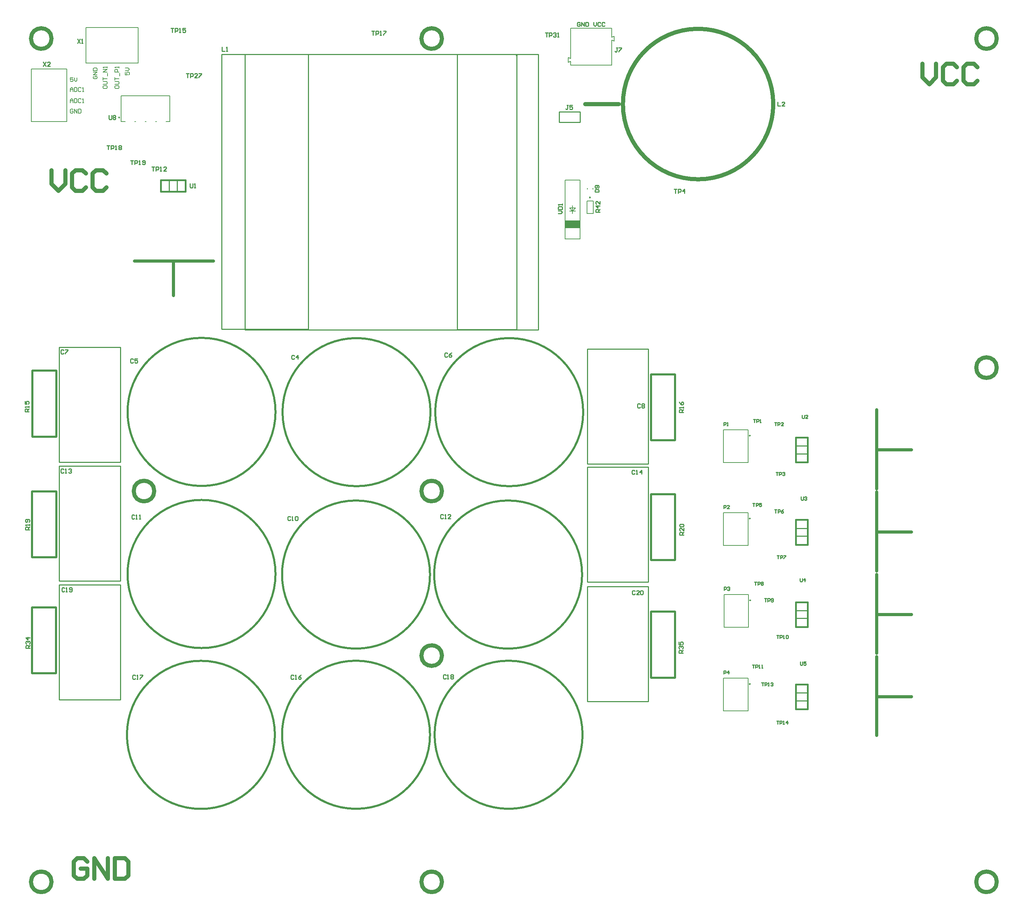
<source format=gbr>
%TF.GenerationSoftware,Altium Limited,Altium Designer,24.7.2 (38)*%
G04 Layer_Color=65535*
%FSLAX43Y43*%
%MOMM*%
%TF.SameCoordinates,3DDE4B3C-03A5-4BC3-9972-2EF5A5DF1AA7*%
%TF.FilePolarity,Positive*%
%TF.FileFunction,Legend,Top*%
%TF.Part,Single*%
G01*
G75*
%TA.AperFunction,NonConductor*%
%ADD79C,0.250*%
%ADD80C,1.016*%
%ADD81C,0.200*%
%ADD82C,0.762*%
%ADD83C,0.254*%
%ADD95C,0.500*%
%ADD96C,1.000*%
%ADD97C,0.381*%
%ADD98R,3.650X1.850*%
D79*
X177525Y53105D02*
G03*
X177525Y53105I-125J0D01*
G01*
Y93330D02*
G03*
X177525Y93330I-125J0D01*
G01*
Y113481D02*
G03*
X177525Y113481I-125J0D01*
G01*
X177625Y73440D02*
G03*
X177625Y73440I-125J0D01*
G01*
X24095Y190826D02*
G03*
X24095Y190826I-125J0D01*
G01*
X138625Y171367D02*
G03*
X138625Y171367I-125J0D01*
G01*
D80*
X164707Y212363D02*
G03*
X164827Y212363I120J-18288D01*
G01*
X137395Y194075D02*
X145523D01*
D81*
X176975Y46585D02*
Y54545D01*
X171025D02*
X176975D01*
X171025Y46585D02*
Y54545D01*
Y46585D02*
X176975D01*
Y86810D02*
Y94770D01*
X171025D02*
X176975D01*
X171025Y86810D02*
Y94770D01*
Y86810D02*
X176975D01*
Y106961D02*
Y114921D01*
X171025D02*
X176975D01*
X171025Y106961D02*
Y114921D01*
Y106961D02*
X176975D01*
X177075Y66920D02*
Y74880D01*
X171125D02*
X177075D01*
X171125Y66920D02*
Y74880D01*
Y66920D02*
X177075D01*
X159230Y54650D02*
Y70675D01*
X153355D02*
X159230D01*
X153355Y54650D02*
X159230D01*
X153355D02*
Y70675D01*
X159230Y112370D02*
Y128395D01*
X153355D02*
X159230D01*
X153355Y112370D02*
X159230D01*
X153355D02*
Y128395D01*
X134275Y167500D02*
Y168100D01*
X134975D01*
X134275D02*
Y169400D01*
X133575Y168100D02*
X134275D01*
X133568Y168807D02*
X134982D01*
X134275Y168100D02*
X134982Y168807D01*
X133568D02*
X134275Y168100D01*
X132450Y161250D02*
X136125D01*
X132450D02*
Y175600D01*
X136125Y161250D02*
Y175600D01*
X132450D02*
X136125D01*
X137763Y167476D02*
Y170524D01*
Y167476D02*
X139287D01*
X137763Y170524D02*
X139287D01*
Y167476D02*
Y170524D01*
X24445Y196051D02*
X36295D01*
Y189801D02*
Y196051D01*
X24445Y189801D02*
X25410D01*
X27710D02*
X27950D01*
X30250D02*
X30490D01*
X32790D02*
X33030D01*
X35330D02*
X36295D01*
X24445D02*
Y196051D01*
X139200Y173392D02*
Y173642D01*
X137850Y173392D02*
Y173642D01*
X15865Y204050D02*
Y212675D01*
X28615Y204050D02*
Y212675D01*
X15865D02*
X28615D01*
X15865Y204050D02*
X28615D01*
X2625Y189850D02*
X11250D01*
X2625Y202600D02*
X11250D01*
X2625Y189850D02*
Y202600D01*
X11250Y189850D02*
Y202600D01*
X133800Y205150D02*
Y212500D01*
Y203500D02*
Y204450D01*
Y203500D02*
X143800D01*
X133800Y212500D02*
X143800D01*
Y210350D02*
Y212500D01*
Y203500D02*
Y209650D01*
X144400Y209400D02*
Y210600D01*
X143800Y210350D02*
X144400Y210600D01*
X143800Y209650D02*
X144400Y209400D01*
X133200Y204200D02*
X133800Y204450D01*
X133200Y204200D02*
Y205400D01*
X133800Y205150D01*
X153355Y83190D02*
Y99215D01*
Y83190D02*
X159230D01*
X153355Y99215D02*
X159230D01*
Y83190D02*
Y99215D01*
X2840Y113230D02*
Y129255D01*
Y113230D02*
X8715D01*
X2840Y129255D02*
X8715D01*
Y113230D02*
Y129255D01*
X2750Y55700D02*
Y71725D01*
Y55700D02*
X8625D01*
X2750Y71725D02*
X8625D01*
Y55700D02*
Y71725D01*
X2790Y83880D02*
Y99905D01*
Y83880D02*
X8665D01*
X2790Y99905D02*
X8665D01*
Y83880D02*
Y99905D01*
X17785Y200866D02*
X17619Y200700D01*
Y200367D01*
X17785Y200200D01*
X18452D01*
X18618Y200367D01*
Y200700D01*
X18452Y200866D01*
X18118D01*
Y200533D01*
X18618Y201200D02*
X17619D01*
X18618Y201866D01*
X17619D01*
Y202199D02*
X18618D01*
Y202699D01*
X18452Y202866D01*
X17785D01*
X17619Y202699D01*
Y202199D01*
X20001Y198386D02*
Y198053D01*
X20168Y197886D01*
X20834D01*
X21001Y198053D01*
Y198386D01*
X20834Y198553D01*
X20168D01*
X20001Y198386D01*
Y198886D02*
X20834D01*
X21001Y199053D01*
Y199386D01*
X20834Y199553D01*
X20001D01*
Y199886D02*
Y200552D01*
Y200219D01*
X21001D01*
X21168Y200885D02*
Y201552D01*
X21001Y201885D02*
X20001D01*
X21001Y202552D01*
X20001D01*
X21001Y202885D02*
Y203218D01*
Y203051D01*
X20001D01*
X20168Y202885D01*
X22894Y198386D02*
Y198053D01*
X23061Y197886D01*
X23727D01*
X23894Y198053D01*
Y198386D01*
X23727Y198553D01*
X23061D01*
X22894Y198386D01*
Y198886D02*
X23727D01*
X23894Y199053D01*
Y199386D01*
X23727Y199553D01*
X22894D01*
Y199886D02*
Y200552D01*
Y200219D01*
X23894D01*
X24061Y200885D02*
Y201552D01*
X23894Y201885D02*
X22894D01*
Y202385D01*
X23061Y202552D01*
X23394D01*
X23561Y202385D01*
Y201885D01*
X23894Y202885D02*
Y203218D01*
Y203051D01*
X22894D01*
X23061Y202885D01*
X25459Y201866D02*
Y201200D01*
X25958D01*
X25792Y201533D01*
Y201700D01*
X25958Y201866D01*
X26292D01*
X26458Y201700D01*
Y201367D01*
X26292Y201200D01*
X25459Y202200D02*
X26125D01*
X26458Y202533D01*
X26125Y202866D01*
X25459D01*
X12050Y197140D02*
Y197807D01*
X12383Y198140D01*
X12716Y197807D01*
Y197140D01*
Y197640D01*
X12050D01*
X13049Y198140D02*
Y197140D01*
X13549D01*
X13716Y197307D01*
Y197973D01*
X13549Y198140D01*
X13049D01*
X14716Y197973D02*
X14549Y198140D01*
X14216D01*
X14049Y197973D01*
Y197307D01*
X14216Y197140D01*
X14549D01*
X14716Y197307D01*
X15049Y197140D02*
X15382D01*
X15215D01*
Y198140D01*
X15049Y197973D01*
X12050Y194394D02*
Y195061D01*
X12383Y195394D01*
X12716Y195061D01*
Y194394D01*
Y194894D01*
X12050D01*
X13049Y195394D02*
Y194394D01*
X13549D01*
X13716Y194561D01*
Y195227D01*
X13549Y195394D01*
X13049D01*
X14716Y195227D02*
X14549Y195394D01*
X14216D01*
X14049Y195227D01*
Y194561D01*
X14216Y194394D01*
X14549D01*
X14716Y194561D01*
X15049Y194394D02*
X15382D01*
X15215D01*
Y195394D01*
X15049Y195227D01*
X12716Y200519D02*
X12050D01*
Y200019D01*
X12383Y200186D01*
X12550D01*
X12716Y200019D01*
Y199686D01*
X12550Y199519D01*
X12216D01*
X12050Y199686D01*
X13049Y200519D02*
Y199852D01*
X13383Y199519D01*
X13716Y199852D01*
Y200519D01*
X12716Y192673D02*
X12550Y192840D01*
X12216D01*
X12050Y192673D01*
Y192007D01*
X12216Y191840D01*
X12550D01*
X12716Y192007D01*
Y192340D01*
X12383D01*
X13049Y191840D02*
Y192840D01*
X13716Y191840D01*
Y192840D01*
X14049D02*
Y191840D01*
X14549D01*
X14716Y192007D01*
Y192673D01*
X14549Y192840D01*
X14049D01*
D82*
X208255Y50051D02*
X216688D01*
X208255Y40602D02*
Y50254D01*
Y50051D02*
Y59779D01*
Y70051D02*
X216688D01*
X208255Y60602D02*
Y70254D01*
Y70051D02*
Y79779D01*
Y90051D02*
X216688D01*
X208255Y80602D02*
Y90254D01*
Y90051D02*
Y99779D01*
Y110051D02*
X216688D01*
X208255Y100602D02*
Y110254D01*
Y110051D02*
Y119779D01*
X37131Y155975D02*
X46859D01*
X27682D02*
X37334D01*
X37131Y147542D02*
Y155975D01*
D83*
X188646Y50965D02*
X191339D01*
X188672Y49060D02*
X191339D01*
X208255Y50254D02*
X216891D01*
X188646Y70965D02*
X191339D01*
X188672Y69060D02*
X191339D01*
X208255Y70254D02*
X216891D01*
X188646Y90965D02*
X191339D01*
X188672Y89060D02*
X191339D01*
X208255Y90254D02*
X216891D01*
X188646Y110965D02*
X191339D01*
X188672Y109060D02*
X191339D01*
X208255Y110254D02*
X216891D01*
X37334Y147339D02*
Y155975D01*
X36140Y172891D02*
Y175558D01*
X38045Y172891D02*
Y175584D01*
X152734Y106610D02*
Y134550D01*
X137876Y106610D02*
Y134550D01*
X152734D01*
X137876Y106610D02*
X152734D01*
X106190Y139280D02*
Y206159D01*
X120719Y139280D02*
Y206159D01*
X106190Y139280D02*
X120719D01*
X106190Y206159D02*
X120719D01*
X54603Y139230D02*
Y206159D01*
X125977Y139230D02*
Y206159D01*
X54603Y139230D02*
X125977D01*
X54603Y206159D02*
X125977D01*
X48888Y139331D02*
Y206146D01*
X69970Y139331D02*
Y206146D01*
X48888Y139331D02*
X69970D01*
X48888Y206146D02*
X69970D01*
X54705Y206133D02*
Y206159D01*
X54933Y206133D02*
Y206159D01*
X54705Y206133D02*
X54933D01*
X54705Y206159D02*
X54933D01*
X120491Y205930D02*
X120770D01*
X120491D02*
X120770D01*
X136090Y189630D02*
Y192170D01*
X131264D02*
X133296D01*
X131010Y189630D02*
Y192170D01*
Y189630D02*
X136090D01*
X133296Y192170D02*
X136090D01*
X131010D02*
X131264D01*
X152734Y48857D02*
Y76797D01*
X137876Y48857D02*
Y76797D01*
X152734D01*
X137876Y48857D02*
X152734D01*
Y77860D02*
Y105800D01*
X137876Y77860D02*
Y105800D01*
X152734D01*
X137876Y77860D02*
X152734D01*
X24219Y107043D02*
Y134983D01*
X9361Y107043D02*
Y134983D01*
X24219D01*
X9361Y107043D02*
X24219D01*
X24250Y49277D02*
Y77217D01*
X9391Y49277D02*
Y77217D01*
X24250D01*
X9391Y49277D02*
X24250D01*
Y78140D02*
Y106080D01*
X9391Y78140D02*
Y106080D01*
X24250D01*
X9391Y78140D02*
X24250D01*
X136095Y213812D02*
X135929Y213979D01*
X135596D01*
X135429Y213812D01*
Y213146D01*
X135596Y212979D01*
X135929D01*
X136095Y213146D01*
Y213479D01*
X135762D01*
X136429Y212979D02*
Y213979D01*
X137095Y212979D01*
Y213979D01*
X137428D02*
Y212979D01*
X137928D01*
X138095Y213146D01*
Y213812D01*
X137928Y213979D01*
X137428D01*
X139428D02*
Y213312D01*
X139761Y212979D01*
X140094Y213312D01*
Y213979D01*
X141094Y213812D02*
X140927Y213979D01*
X140594D01*
X140427Y213812D01*
Y213146D01*
X140594Y212979D01*
X140927D01*
X141094Y213146D01*
X142094Y213812D02*
X141927Y213979D01*
X141594D01*
X141427Y213812D01*
Y213146D01*
X141594Y212979D01*
X141927D01*
X142094Y213146D01*
X171055Y55520D02*
Y56320D01*
X171455D01*
X171588Y56186D01*
Y55920D01*
X171455Y55787D01*
X171055D01*
X172255Y55520D02*
Y56320D01*
X171855Y55920D01*
X172388D01*
X171055Y95754D02*
Y96553D01*
X171455D01*
X171588Y96420D01*
Y96153D01*
X171455Y96020D01*
X171055D01*
X172388Y95754D02*
X171855D01*
X172388Y96287D01*
Y96420D01*
X172255Y96553D01*
X171988D01*
X171855Y96420D01*
X171055Y115896D02*
Y116696D01*
X171455D01*
X171588Y116562D01*
Y116296D01*
X171455Y116162D01*
X171055D01*
X171855Y115896D02*
X172121D01*
X171988D01*
Y116696D01*
X171855Y116562D01*
X171157Y75865D02*
Y76665D01*
X171556D01*
X171690Y76532D01*
Y76265D01*
X171556Y76132D01*
X171157D01*
X171956Y76532D02*
X172090Y76665D01*
X172356D01*
X172490Y76532D01*
Y76399D01*
X172356Y76265D01*
X172223D01*
X172356D01*
X172490Y76132D01*
Y75999D01*
X172356Y75865D01*
X172090D01*
X171956Y75999D01*
X183903Y44125D02*
X184436D01*
X184170D01*
Y43325D01*
X184703D02*
Y44125D01*
X185103D01*
X185236Y43992D01*
Y43725D01*
X185103Y43592D01*
X184703D01*
X185502Y43325D02*
X185769D01*
X185636D01*
Y44125D01*
X185502Y43992D01*
X186569Y43325D02*
Y44125D01*
X186169Y43725D01*
X186702D01*
X180251Y53422D02*
X180784D01*
X180517D01*
Y52623D01*
X181050D02*
Y53422D01*
X181450D01*
X181583Y53289D01*
Y53023D01*
X181450Y52889D01*
X181050D01*
X181850Y52623D02*
X182117D01*
X181983D01*
Y53422D01*
X181850Y53289D01*
X182516D02*
X182650Y53422D01*
X182916D01*
X183050Y53289D01*
Y53156D01*
X182916Y53023D01*
X182783D01*
X182916D01*
X183050Y52889D01*
Y52756D01*
X182916Y52623D01*
X182650D01*
X182516Y52756D01*
X178009Y57750D02*
X178542D01*
X178275D01*
Y56950D01*
X178808D02*
Y57750D01*
X179208D01*
X179342Y57617D01*
Y57350D01*
X179208Y57217D01*
X178808D01*
X179608Y56950D02*
X179875D01*
X179742D01*
Y57750D01*
X179608Y57617D01*
X180275Y56950D02*
X180541D01*
X180408D01*
Y57750D01*
X180275Y57617D01*
X183929Y64955D02*
X184462D01*
X184196D01*
Y64155D01*
X184729D02*
Y64955D01*
X185129D01*
X185262Y64822D01*
Y64555D01*
X185129Y64422D01*
X184729D01*
X185529Y64155D02*
X185795D01*
X185662D01*
Y64955D01*
X185529Y64822D01*
X186195D02*
X186328Y64955D01*
X186595D01*
X186728Y64822D01*
Y64289D01*
X186595Y64155D01*
X186328D01*
X186195Y64289D01*
Y64822D01*
X180971Y73875D02*
X181504D01*
X181237D01*
Y73075D01*
X181770D02*
Y73875D01*
X182170D01*
X182304Y73742D01*
Y73475D01*
X182170Y73342D01*
X181770D01*
X182570Y73208D02*
X182703Y73075D01*
X182970D01*
X183103Y73208D01*
Y73742D01*
X182970Y73875D01*
X182703D01*
X182570Y73742D01*
Y73608D01*
X182703Y73475D01*
X183103D01*
X178546Y77925D02*
X179079D01*
X178813D01*
Y77125D01*
X179346D02*
Y77925D01*
X179746D01*
X179879Y77792D01*
Y77525D01*
X179746Y77392D01*
X179346D01*
X180145Y77792D02*
X180279Y77925D01*
X180545D01*
X180679Y77792D01*
Y77658D01*
X180545Y77525D01*
X180679Y77392D01*
Y77258D01*
X180545Y77125D01*
X180279D01*
X180145Y77258D01*
Y77392D01*
X180279Y77525D01*
X180145Y77658D01*
Y77792D01*
X180279Y77525D02*
X180545D01*
X184034Y84350D02*
X184567D01*
X184300D01*
Y83550D01*
X184833D02*
Y84350D01*
X185233D01*
X185367Y84217D01*
Y83950D01*
X185233Y83817D01*
X184833D01*
X185633Y84350D02*
X186166D01*
Y84217D01*
X185633Y83684D01*
Y83550D01*
X183450Y95487D02*
X183983D01*
X183717D01*
Y94687D01*
X184250D02*
Y95487D01*
X184650D01*
X184783Y95353D01*
Y95087D01*
X184650Y94953D01*
X184250D01*
X185583Y95487D02*
X185316Y95353D01*
X185050Y95087D01*
Y94820D01*
X185183Y94687D01*
X185450D01*
X185583Y94820D01*
Y94953D01*
X185450Y95087D01*
X185050D01*
X178116Y97061D02*
X178649D01*
X178383D01*
Y96262D01*
X178916D02*
Y97061D01*
X179316D01*
X179449Y96928D01*
Y96661D01*
X179316Y96528D01*
X178916D01*
X180249Y97061D02*
X179716D01*
Y96661D01*
X179982Y96795D01*
X180116D01*
X180249Y96661D01*
Y96395D01*
X180116Y96262D01*
X179849D01*
X179716Y96395D01*
X183773Y104600D02*
X184306D01*
X184040D01*
Y103800D01*
X184573D02*
Y104600D01*
X184973D01*
X185106Y104467D01*
Y104200D01*
X184973Y104067D01*
X184573D01*
X185373Y104467D02*
X185506Y104600D01*
X185773D01*
X185906Y104467D01*
Y104333D01*
X185773Y104200D01*
X185639D01*
X185773D01*
X185906Y104067D01*
Y103933D01*
X185773Y103800D01*
X185506D01*
X185373Y103933D01*
X183409Y116675D02*
X183942D01*
X183675D01*
Y115875D01*
X184208D02*
Y116675D01*
X184608D01*
X184742Y116542D01*
Y116275D01*
X184608Y116142D01*
X184208D01*
X185541Y115875D02*
X185008D01*
X185541Y116408D01*
Y116542D01*
X185408Y116675D01*
X185141D01*
X185008Y116542D01*
X178269Y117432D02*
X178802D01*
X178535D01*
Y116632D01*
X179068D02*
Y117432D01*
X179468D01*
X179602Y117299D01*
Y117032D01*
X179468Y116899D01*
X179068D01*
X179868Y116632D02*
X180135D01*
X180001D01*
Y117432D01*
X179868Y117299D01*
X190159Y118475D02*
Y117808D01*
X190292Y117675D01*
X190558D01*
X190692Y117808D01*
Y118475D01*
X191491Y117675D02*
X190958D01*
X191491Y118208D01*
Y118342D01*
X191358Y118475D01*
X191092D01*
X190958Y118342D01*
X189909Y98600D02*
Y97933D01*
X190042Y97800D01*
X190308D01*
X190442Y97933D01*
Y98600D01*
X190708Y98467D02*
X190842Y98600D01*
X191108D01*
X191241Y98467D01*
Y98333D01*
X191108Y98200D01*
X190975D01*
X191108D01*
X191241Y98067D01*
Y97933D01*
X191108Y97800D01*
X190842D01*
X190708Y97933D01*
X189634Y78775D02*
Y78108D01*
X189767Y77975D01*
X190033D01*
X190167Y78108D01*
Y78775D01*
X190833Y77975D02*
Y78775D01*
X190433Y78375D01*
X190966D01*
X189709Y58475D02*
Y57808D01*
X189842Y57675D01*
X190108D01*
X190242Y57808D01*
Y58475D01*
X191041D02*
X190508D01*
Y58075D01*
X190775Y58208D01*
X190908D01*
X191041Y58075D01*
Y57808D01*
X190908Y57675D01*
X190642D01*
X190508Y57808D01*
X5492Y204320D02*
X6158Y203320D01*
Y204320D02*
X5492Y203320D01*
X7158D02*
X6492D01*
X7158Y203987D01*
Y204153D01*
X6991Y204320D01*
X6658D01*
X6492Y204153D01*
X13809Y209900D02*
X14475Y208900D01*
Y209900D02*
X13809Y208900D01*
X14808D02*
X15141D01*
X14975D01*
Y209900D01*
X14808Y209733D01*
X130800Y167484D02*
X131467D01*
X131800Y167817D01*
X131467Y168150D01*
X130800D01*
Y168483D02*
X131800D01*
Y168983D01*
X131633Y169150D01*
X130967D01*
X130800Y168983D01*
Y168483D01*
X131800Y169483D02*
Y169816D01*
Y169650D01*
X130800D01*
X130967Y169483D01*
X21441Y191326D02*
Y190493D01*
X21607Y190326D01*
X21941D01*
X22107Y190493D01*
Y191326D01*
X22441Y191159D02*
X22607Y191326D01*
X22940D01*
X23107Y191159D01*
Y190992D01*
X22940Y190826D01*
X23107Y190659D01*
Y190493D01*
X22940Y190326D01*
X22607D01*
X22441Y190493D01*
Y190659D01*
X22607Y190826D01*
X22441Y190992D01*
Y191159D01*
X22607Y190826D02*
X22940D01*
X41209Y174725D02*
Y173892D01*
X41375Y173725D01*
X41708D01*
X41875Y173892D01*
Y174725D01*
X42208Y173725D02*
X42541D01*
X42375D01*
Y174725D01*
X42208Y174558D01*
X127609Y211400D02*
X128275D01*
X127942D01*
Y210400D01*
X128609D02*
Y211400D01*
X129108D01*
X129275Y211233D01*
Y210900D01*
X129108Y210733D01*
X128609D01*
X129608Y211233D02*
X129775Y211400D01*
X130108D01*
X130275Y211233D01*
Y211067D01*
X130108Y210900D01*
X129941D01*
X130108D01*
X130275Y210733D01*
Y210567D01*
X130108Y210400D01*
X129775D01*
X129608Y210567D01*
X130608Y210400D02*
X130941D01*
X130775D01*
Y211400D01*
X130608Y211233D01*
X40292Y201475D02*
X40959D01*
X40625D01*
Y200475D01*
X41292D02*
Y201475D01*
X41792D01*
X41958Y201308D01*
Y200975D01*
X41792Y200808D01*
X41292D01*
X42958Y200475D02*
X42292D01*
X42958Y201142D01*
Y201308D01*
X42791Y201475D01*
X42458D01*
X42292Y201308D01*
X43291Y201475D02*
X43958D01*
Y201308D01*
X43291Y200642D01*
Y200475D01*
X26737Y180378D02*
X27403D01*
X27070D01*
Y179378D01*
X27736D02*
Y180378D01*
X28236D01*
X28403Y180211D01*
Y179878D01*
X28236Y179711D01*
X27736D01*
X28736Y179378D02*
X29069D01*
X28903D01*
Y180378D01*
X28736Y180211D01*
X29569Y179545D02*
X29736Y179378D01*
X30069D01*
X30235Y179545D01*
Y180211D01*
X30069Y180378D01*
X29736D01*
X29569Y180211D01*
Y180045D01*
X29736Y179878D01*
X30235D01*
X20982Y184007D02*
X21648D01*
X21315D01*
Y183007D01*
X21982D02*
Y184007D01*
X22481D01*
X22648Y183840D01*
Y183507D01*
X22481Y183340D01*
X21982D01*
X22981Y183007D02*
X23314D01*
X23148D01*
Y184007D01*
X22981Y183840D01*
X23814D02*
X23981Y184007D01*
X24314D01*
X24481Y183840D01*
Y183674D01*
X24314Y183507D01*
X24481Y183340D01*
Y183174D01*
X24314Y183007D01*
X23981D01*
X23814Y183174D01*
Y183340D01*
X23981Y183507D01*
X23814Y183674D01*
Y183840D01*
X23981Y183507D02*
X24314D01*
X85401Y211800D02*
X86067D01*
X85734D01*
Y210800D01*
X86400D02*
Y211800D01*
X86900D01*
X87067Y211633D01*
Y211300D01*
X86900Y211133D01*
X86400D01*
X87400Y210800D02*
X87733D01*
X87567D01*
Y211800D01*
X87400Y211633D01*
X88233Y211800D02*
X88899D01*
Y211633D01*
X88233Y210967D01*
Y210800D01*
X36576Y212525D02*
X37242D01*
X36909D01*
Y211525D01*
X37575D02*
Y212525D01*
X38075D01*
X38242Y212358D01*
Y212025D01*
X38075Y211858D01*
X37575D01*
X38575Y211525D02*
X38908D01*
X38742D01*
Y212525D01*
X38575Y212358D01*
X40074Y212525D02*
X39408D01*
Y212025D01*
X39741Y212192D01*
X39908D01*
X40074Y212025D01*
Y211692D01*
X39908Y211525D01*
X39575D01*
X39408Y211692D01*
X31920Y178775D02*
X32587D01*
X32254D01*
Y177775D01*
X32920D02*
Y178775D01*
X33420D01*
X33587Y178608D01*
Y178275D01*
X33420Y178108D01*
X32920D01*
X33920Y177775D02*
X34253D01*
X34086D01*
Y178775D01*
X33920Y178608D01*
X35419Y177775D02*
X34753D01*
X35419Y178442D01*
Y178608D01*
X35253Y178775D01*
X34919D01*
X34753Y178608D01*
X158965Y173410D02*
X159631D01*
X159298D01*
Y172411D01*
X159964D02*
Y173410D01*
X160464D01*
X160631Y173244D01*
Y172911D01*
X160464Y172744D01*
X159964D01*
X161464Y172411D02*
Y173410D01*
X160964Y172911D01*
X161630D01*
X140895Y167792D02*
X139896D01*
Y168292D01*
X140062Y168459D01*
X140395D01*
X140562Y168292D01*
Y167792D01*
Y168125D02*
X140895Y168459D01*
Y169292D02*
X139896D01*
X140395Y168792D01*
Y169458D01*
X140895Y170458D02*
Y169791D01*
X140229Y170458D01*
X140062D01*
X139896Y170291D01*
Y169958D01*
X140062Y169791D01*
X161155Y60627D02*
X160155D01*
Y61127D01*
X160322Y61294D01*
X160655D01*
X160822Y61127D01*
Y60627D01*
Y60960D02*
X161155Y61294D01*
X160322Y61627D02*
X160155Y61793D01*
Y62127D01*
X160322Y62293D01*
X160488D01*
X160655Y62127D01*
Y61960D01*
Y62127D01*
X160822Y62293D01*
X160988D01*
X161155Y62127D01*
Y61793D01*
X160988Y61627D01*
X160155Y63293D02*
Y62626D01*
X160655D01*
X160488Y62960D01*
Y63126D01*
X160655Y63293D01*
X160988D01*
X161155Y63126D01*
Y62793D01*
X160988Y62626D01*
X2240Y61807D02*
X1240D01*
Y62307D01*
X1407Y62474D01*
X1740D01*
X1907Y62307D01*
Y61807D01*
Y62140D02*
X2240Y62474D01*
X1407Y62807D02*
X1240Y62973D01*
Y63307D01*
X1407Y63473D01*
X1573D01*
X1740Y63307D01*
Y63140D01*
Y63307D01*
X1907Y63473D01*
X2073D01*
X2240Y63307D01*
Y62973D01*
X2073Y62807D01*
X2240Y64306D02*
X1240D01*
X1740Y63806D01*
Y64473D01*
X161335Y89317D02*
X160335D01*
Y89817D01*
X160502Y89984D01*
X160835D01*
X161002Y89817D01*
Y89317D01*
Y89650D02*
X161335Y89984D01*
Y90983D02*
Y90317D01*
X160668Y90983D01*
X160502D01*
X160335Y90817D01*
Y90483D01*
X160502Y90317D01*
Y91316D02*
X160335Y91483D01*
Y91816D01*
X160502Y91983D01*
X161168D01*
X161335Y91816D01*
Y91483D01*
X161168Y91316D01*
X160502D01*
X2130Y90610D02*
X1130D01*
Y91110D01*
X1297Y91277D01*
X1630D01*
X1797Y91110D01*
Y90610D01*
Y90944D02*
X2130Y91277D01*
Y91610D02*
Y91943D01*
Y91777D01*
X1130D01*
X1297Y91610D01*
X1963Y92443D02*
X2130Y92610D01*
Y92943D01*
X1963Y93110D01*
X1297D01*
X1130Y92943D01*
Y92610D01*
X1297Y92443D01*
X1463D01*
X1630Y92610D01*
Y93110D01*
X161245Y119140D02*
X160245D01*
Y119640D01*
X160412Y119807D01*
X160745D01*
X160912Y119640D01*
Y119140D01*
Y119474D02*
X161245Y119807D01*
Y120140D02*
Y120473D01*
Y120307D01*
X160245D01*
X160412Y120140D01*
X160245Y121640D02*
X160412Y121306D01*
X160745Y120973D01*
X161078D01*
X161245Y121140D01*
Y121473D01*
X161078Y121640D01*
X160912D01*
X160745Y121473D01*
Y120973D01*
X2020Y119310D02*
X1020D01*
Y119810D01*
X1187Y119977D01*
X1520D01*
X1687Y119810D01*
Y119310D01*
Y119644D02*
X2020Y119977D01*
Y120310D02*
Y120643D01*
Y120477D01*
X1020D01*
X1187Y120310D01*
X1020Y121810D02*
Y121143D01*
X1520D01*
X1353Y121476D01*
Y121643D01*
X1520Y121810D01*
X1853D01*
X2020Y121643D01*
Y121310D01*
X1853Y121143D01*
X184217Y194600D02*
Y193600D01*
X184883D01*
X185883D02*
X185217D01*
X185883Y194267D01*
Y194433D01*
X185716Y194600D01*
X185383D01*
X185217Y194433D01*
X48984Y207900D02*
Y206900D01*
X49650D01*
X49983D02*
X50316D01*
X50150D01*
Y207900D01*
X49983Y207733D01*
X145208Y207750D02*
X144875D01*
X145042D01*
Y206917D01*
X144875Y206750D01*
X144709D01*
X144542Y206917D01*
X145542Y207750D02*
X146208D01*
Y207583D01*
X145542Y206917D01*
Y206750D01*
X133258Y193800D02*
X132925D01*
X133092D01*
Y192967D01*
X132925Y192800D01*
X132759D01*
X132592Y192967D01*
X134258Y193800D02*
X133592D01*
Y193300D01*
X133925Y193467D01*
X134091D01*
X134258Y193300D01*
Y192967D01*
X134091Y192800D01*
X133758D01*
X133592Y192967D01*
X139713Y172684D02*
X140713D01*
Y173184D01*
X140546Y173350D01*
X139880D01*
X139713Y173184D01*
Y172684D01*
X140546Y173684D02*
X140713Y173850D01*
Y174183D01*
X140546Y174350D01*
X139880D01*
X139713Y174183D01*
Y173850D01*
X139880Y173684D01*
X140047D01*
X140213Y173850D01*
Y174350D01*
X149459Y75650D02*
X149292Y75817D01*
X148959D01*
X148792Y75650D01*
Y74984D01*
X148959Y74817D01*
X149292D01*
X149459Y74984D01*
X150458Y74817D02*
X149792D01*
X150458Y75484D01*
Y75650D01*
X150292Y75817D01*
X149958D01*
X149792Y75650D01*
X150791D02*
X150958Y75817D01*
X151291D01*
X151458Y75650D01*
Y74984D01*
X151291Y74817D01*
X150958D01*
X150791Y74984D01*
Y75650D01*
X10667Y76390D02*
X10500Y76557D01*
X10167D01*
X10000Y76390D01*
Y75724D01*
X10167Y75557D01*
X10500D01*
X10667Y75724D01*
X11000Y75557D02*
X11333D01*
X11167D01*
Y76557D01*
X11000Y76390D01*
X11833Y75724D02*
X12000Y75557D01*
X12333D01*
X12500Y75724D01*
Y76390D01*
X12333Y76557D01*
X12000D01*
X11833Y76390D01*
Y76224D01*
X12000Y76057D01*
X12500D01*
X103467Y55163D02*
X103300Y55330D01*
X102967D01*
X102800Y55163D01*
Y54497D01*
X102967Y54330D01*
X103300D01*
X103467Y54497D01*
X103800Y54330D02*
X104133D01*
X103967D01*
Y55330D01*
X103800Y55163D01*
X104633D02*
X104800Y55330D01*
X105133D01*
X105300Y55163D01*
Y54997D01*
X105133Y54830D01*
X105300Y54663D01*
Y54497D01*
X105133Y54330D01*
X104800D01*
X104633Y54497D01*
Y54663D01*
X104800Y54830D01*
X104633Y54997D01*
Y55163D01*
X104800Y54830D02*
X105133D01*
X27867Y55133D02*
X27700Y55300D01*
X27367D01*
X27200Y55133D01*
Y54467D01*
X27367Y54300D01*
X27700D01*
X27867Y54467D01*
X28200Y54300D02*
X28533D01*
X28367D01*
Y55300D01*
X28200Y55133D01*
X29033Y55300D02*
X29700D01*
Y55133D01*
X29033Y54467D01*
Y54300D01*
X66407Y55080D02*
X66240Y55247D01*
X65907D01*
X65740Y55080D01*
Y54414D01*
X65907Y54247D01*
X66240D01*
X66407Y54414D01*
X66740Y54247D02*
X67073D01*
X66907D01*
Y55247D01*
X66740Y55080D01*
X68240Y55247D02*
X67906Y55080D01*
X67573Y54747D01*
Y54414D01*
X67740Y54247D01*
X68073D01*
X68240Y54414D01*
Y54580D01*
X68073Y54747D01*
X67573D01*
X149382Y104933D02*
X149215Y105100D01*
X148882D01*
X148715Y104933D01*
Y104267D01*
X148882Y104100D01*
X149215D01*
X149382Y104267D01*
X149715Y104100D02*
X150048D01*
X149882D01*
Y105100D01*
X149715Y104933D01*
X151048Y104100D02*
Y105100D01*
X150548Y104600D01*
X151215D01*
X10447Y105233D02*
X10280Y105400D01*
X9947D01*
X9780Y105233D01*
Y104567D01*
X9947Y104400D01*
X10280D01*
X10447Y104567D01*
X10780Y104400D02*
X11113D01*
X10947D01*
Y105400D01*
X10780Y105233D01*
X11613D02*
X11780Y105400D01*
X12113D01*
X12280Y105233D01*
Y105067D01*
X12113Y104900D01*
X11946D01*
X12113D01*
X12280Y104733D01*
Y104567D01*
X12113Y104400D01*
X11780D01*
X11613Y104567D01*
X102807Y94123D02*
X102640Y94290D01*
X102307D01*
X102140Y94123D01*
Y93457D01*
X102307Y93290D01*
X102640D01*
X102807Y93457D01*
X103140Y93290D02*
X103473D01*
X103307D01*
Y94290D01*
X103140Y94123D01*
X104640Y93290D02*
X103973D01*
X104640Y93957D01*
Y94123D01*
X104473Y94290D01*
X104140D01*
X103973Y94123D01*
X27683Y94083D02*
X27517Y94250D01*
X27184D01*
X27017Y94083D01*
Y93417D01*
X27184Y93250D01*
X27517D01*
X27683Y93417D01*
X28017Y93250D02*
X28350D01*
X28183D01*
Y94250D01*
X28017Y94083D01*
X28850Y93250D02*
X29183D01*
X29016D01*
Y94250D01*
X28850Y94083D01*
X65627Y93683D02*
X65460Y93850D01*
X65127D01*
X64960Y93683D01*
Y93017D01*
X65127Y92850D01*
X65460D01*
X65627Y93017D01*
X65960Y92850D02*
X66293D01*
X66127D01*
Y93850D01*
X65960Y93683D01*
X66793D02*
X66960Y93850D01*
X67293D01*
X67460Y93683D01*
Y93017D01*
X67293Y92850D01*
X66960D01*
X66793Y93017D01*
Y93683D01*
X150758Y121033D02*
X150592Y121200D01*
X150259D01*
X150092Y121033D01*
Y120367D01*
X150259Y120200D01*
X150592D01*
X150758Y120367D01*
X151092Y121033D02*
X151258Y121200D01*
X151591D01*
X151758Y121033D01*
Y120867D01*
X151591Y120700D01*
X151758Y120533D01*
Y120367D01*
X151591Y120200D01*
X151258D01*
X151092Y120367D01*
Y120533D01*
X151258Y120700D01*
X151092Y120867D01*
Y121033D01*
X151258Y120700D02*
X151591D01*
X10463Y134176D02*
X10297Y134343D01*
X9964D01*
X9797Y134176D01*
Y133510D01*
X9964Y133343D01*
X10297D01*
X10463Y133510D01*
X10797Y134343D02*
X11463D01*
Y134176D01*
X10797Y133510D01*
Y133343D01*
X103823Y133433D02*
X103657Y133600D01*
X103324D01*
X103157Y133433D01*
Y132767D01*
X103324Y132600D01*
X103657D01*
X103823Y132767D01*
X104823Y133600D02*
X104490Y133433D01*
X104157Y133100D01*
Y132767D01*
X104323Y132600D01*
X104656D01*
X104823Y132767D01*
Y132933D01*
X104656Y133100D01*
X104157D01*
X27408Y132008D02*
X27242Y132175D01*
X26909D01*
X26742Y132008D01*
Y131342D01*
X26909Y131175D01*
X27242D01*
X27408Y131342D01*
X28408Y132175D02*
X27742D01*
Y131675D01*
X28075Y131842D01*
X28241D01*
X28408Y131675D01*
Y131342D01*
X28241Y131175D01*
X27908D01*
X27742Y131342D01*
X66603Y132873D02*
X66437Y133040D01*
X66104D01*
X65937Y132873D01*
Y132207D01*
X66104Y132040D01*
X66437D01*
X66603Y132207D01*
X67436Y132040D02*
Y133040D01*
X66937Y132540D01*
X67603D01*
D95*
X62000Y119241D02*
G03*
X62000Y119241I-18000J0D01*
G01*
X99710Y119180D02*
G03*
X99710Y119180I-18000J0D01*
G01*
X99590Y79700D02*
G03*
X99590Y79700I-18000J0D01*
G01*
Y40757D02*
G03*
X99590Y40757I-18000J0D01*
G01*
X136870Y119180D02*
G03*
X136870Y119180I-18000J0D01*
G01*
X136600Y79700D02*
G03*
X136600Y79700I-18000J0D01*
G01*
X136710Y40757D02*
G03*
X136710Y40757I-18000J0D01*
G01*
X61850Y40732D02*
G03*
X61850Y40732I-18000J0D01*
G01*
X62000Y79839D02*
G03*
X62000Y79839I-18000J0D01*
G01*
X153355Y54650D02*
X159230D01*
X153355Y70675D02*
X159230D01*
X153355Y54650D02*
Y70675D01*
X159230Y54650D02*
Y70675D01*
X153355Y112370D02*
X159230D01*
X153355Y128395D02*
X159230D01*
X153355Y112370D02*
Y128395D01*
X159230Y112370D02*
Y128395D01*
Y83190D02*
Y99215D01*
X153355Y83190D02*
Y99215D01*
X159230D01*
X153355Y83190D02*
X159230D01*
X8715Y113230D02*
Y129255D01*
X2840Y113230D02*
Y129255D01*
X8715D01*
X2840Y113230D02*
X8715D01*
X8625Y55700D02*
Y71725D01*
X2750Y55700D02*
Y71725D01*
X8625D01*
X2750Y55700D02*
X8625D01*
X8665Y83880D02*
Y99905D01*
X2790Y83880D02*
Y99905D01*
X8665D01*
X2790Y83880D02*
X8665D01*
D96*
X102500Y5000D02*
G03*
X102500Y5000I-2500J0D01*
G01*
Y210000D02*
G03*
X102500Y210000I-2500J0D01*
G01*
X32500Y100000D02*
G03*
X32500Y100000I-2500J0D01*
G01*
X102500Y60000D02*
G03*
X102500Y60000I-2500J0D01*
G01*
Y100000D02*
G03*
X102500Y100000I-2500J0D01*
G01*
X237500Y130000D02*
G03*
X237500Y130000I-2500J0D01*
G01*
Y5000D02*
G03*
X237500Y5000I-2500J0D01*
G01*
X7500D02*
G03*
X7500Y5000I-2500J0D01*
G01*
X237500Y210000D02*
G03*
X237500Y210000I-2500J0D01*
G01*
X7500D02*
G03*
X7500Y210000I-2500J0D01*
G01*
X219425Y203898D02*
Y200566D01*
X221091Y198900D01*
X222757Y200566D01*
Y203898D01*
X227756Y203065D02*
X226923Y203898D01*
X225256D01*
X224423Y203065D01*
Y199733D01*
X225256Y198900D01*
X226923D01*
X227756Y199733D01*
X232754Y203065D02*
X231921Y203898D01*
X230255D01*
X229422Y203065D01*
Y199733D01*
X230255Y198900D01*
X231921D01*
X232754Y199733D01*
X7525Y177998D02*
Y174666D01*
X9191Y173000D01*
X10857Y174666D01*
Y177998D01*
X15856Y177165D02*
X15023Y177998D01*
X13356D01*
X12523Y177165D01*
Y173833D01*
X13356Y173000D01*
X15023D01*
X15856Y173833D01*
X20854Y177165D02*
X20021Y177998D01*
X18355D01*
X17522Y177165D01*
Y173833D01*
X18355Y173000D01*
X20021D01*
X20854Y173833D01*
X16232Y9890D02*
X15399Y10723D01*
X13733D01*
X12900Y9890D01*
Y6558D01*
X13733Y5725D01*
X15399D01*
X16232Y6558D01*
Y8224D01*
X14566D01*
X17898Y5725D02*
Y10723D01*
X21231Y5725D01*
Y10723D01*
X22897D02*
Y5725D01*
X25396D01*
X26229Y6558D01*
Y9890D01*
X25396Y10723D01*
X22897D01*
D97*
X188595Y46977D02*
Y53023D01*
X191466Y46977D02*
Y53023D01*
X188595Y46977D02*
X191466D01*
X188595Y53023D02*
X191466D01*
X188595Y66977D02*
Y73023D01*
X191466Y66977D02*
Y73023D01*
X188595Y66977D02*
X191466D01*
X188595Y73023D02*
X191466D01*
X188595Y86977D02*
Y93023D01*
X191466Y86977D02*
Y93023D01*
X188595Y86977D02*
X191466D01*
X188595Y93023D02*
X191466D01*
X188595Y106977D02*
Y113023D01*
X191466Y106977D02*
Y113023D01*
X188595Y106977D02*
X191466D01*
X188595Y113023D02*
X191466D01*
X40103Y172764D02*
Y175635D01*
X34057Y172764D02*
Y175635D01*
Y172764D02*
X40103D01*
X34057Y175635D02*
X40103D01*
D98*
X134299Y164851D02*
D03*
%TF.MD5,6db30ddb91b7fc2b5d763d02349a3c88*%
M02*

</source>
